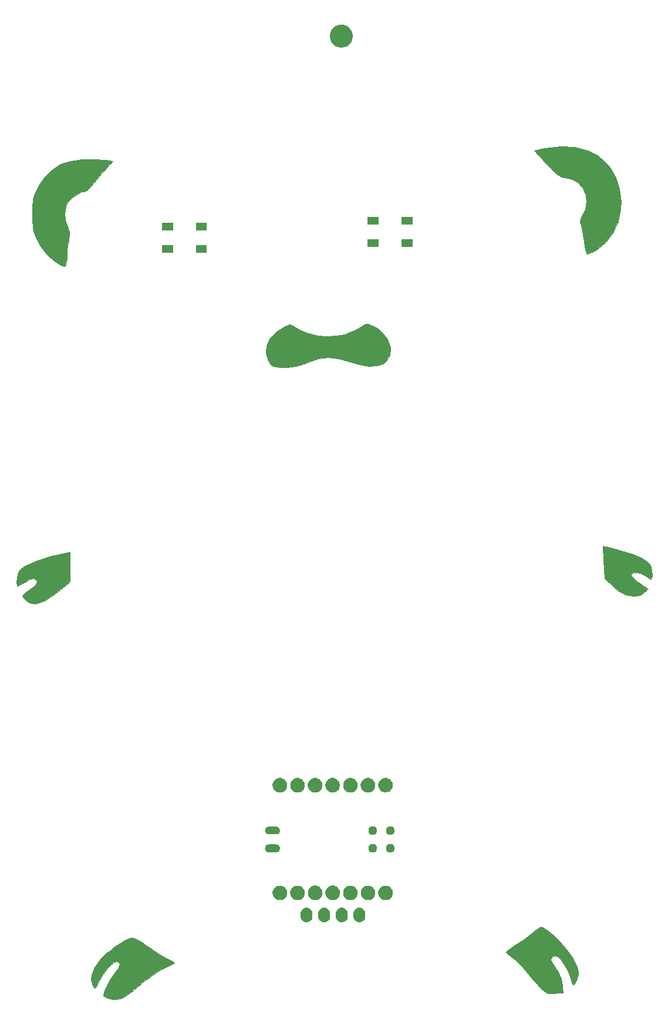
<source format=gbr>
G04 #@! TF.GenerationSoftware,KiCad,Pcbnew,(5.1.2)-1*
G04 #@! TF.CreationDate,2022-09-26T02:33:09+09:00*
G04 #@! TF.ProjectId,gopher_pilot_xiao,676f7068-6572-45f7-9069-6c6f745f7869,rev?*
G04 #@! TF.SameCoordinates,Original*
G04 #@! TF.FileFunction,Soldermask,Top*
G04 #@! TF.FilePolarity,Negative*
%FSLAX46Y46*%
G04 Gerber Fmt 4.6, Leading zero omitted, Abs format (unit mm)*
G04 Created by KiCad (PCBNEW (5.1.2)-1) date 2022-09-26 02:33:09*
%MOMM*%
%LPD*%
G04 APERTURE LIST*
%ADD10C,0.100000*%
G04 APERTURE END LIST*
D10*
G36*
X86292600Y-61811520D02*
G01*
X85732600Y-62431520D01*
X84582600Y-63671520D01*
X83872600Y-64471520D01*
X83362600Y-65091520D01*
X83052600Y-65491520D01*
X82912600Y-65661520D01*
X82632600Y-65971520D01*
X82142600Y-66151520D01*
X81782600Y-66221520D01*
X81102600Y-66571520D01*
X80562600Y-66981520D01*
X80382600Y-67121520D01*
X79802600Y-67751520D01*
X79532600Y-68321520D01*
X79372600Y-69281520D01*
X79442600Y-70271520D01*
X79752600Y-71221520D01*
X79882600Y-71491520D01*
X80012600Y-71951520D01*
X80012600Y-72261520D01*
X80012600Y-72511520D01*
X80002600Y-72591520D01*
X79982600Y-72741520D01*
X79972600Y-72811520D01*
X79962600Y-72891520D01*
X79942600Y-73031520D01*
X79932600Y-73101520D01*
X79922600Y-73181520D01*
X79892600Y-73391520D01*
X79802600Y-73931520D01*
X79702600Y-74771520D01*
X79692600Y-74991520D01*
X79652600Y-75451520D01*
X79642600Y-75811520D01*
X79622600Y-76161520D01*
X79532600Y-76641520D01*
X79472600Y-76781520D01*
X79322600Y-76931520D01*
X79032600Y-76881520D01*
X78492600Y-76611520D01*
X77672600Y-76031520D01*
X76842600Y-75221520D01*
X75872600Y-74031520D01*
X75192600Y-72791520D01*
X74882600Y-71981520D01*
X74732600Y-71291520D01*
X74652600Y-70241520D01*
X74652600Y-68931520D01*
X74672600Y-68201520D01*
X74742600Y-67541520D01*
X74772600Y-67371520D01*
X74962600Y-66701520D01*
X75262600Y-65981520D01*
X75692600Y-65201520D01*
X76552600Y-64021520D01*
X77542600Y-63041520D01*
X78522600Y-62361520D01*
X78962600Y-62151520D01*
X80302600Y-61761520D01*
X81902600Y-61521520D01*
X83592600Y-61491520D01*
X85292600Y-61651520D01*
X85812600Y-61721520D01*
X86292600Y-61811520D01*
G37*
X86292600Y-61811520D02*
X85732600Y-62431520D01*
X84582600Y-63671520D01*
X83872600Y-64471520D01*
X83362600Y-65091520D01*
X83052600Y-65491520D01*
X82912600Y-65661520D01*
X82632600Y-65971520D01*
X82142600Y-66151520D01*
X81782600Y-66221520D01*
X81102600Y-66571520D01*
X80562600Y-66981520D01*
X80382600Y-67121520D01*
X79802600Y-67751520D01*
X79532600Y-68321520D01*
X79372600Y-69281520D01*
X79442600Y-70271520D01*
X79752600Y-71221520D01*
X79882600Y-71491520D01*
X80012600Y-71951520D01*
X80012600Y-72261520D01*
X80012600Y-72511520D01*
X80002600Y-72591520D01*
X79982600Y-72741520D01*
X79972600Y-72811520D01*
X79962600Y-72891520D01*
X79942600Y-73031520D01*
X79932600Y-73101520D01*
X79922600Y-73181520D01*
X79892600Y-73391520D01*
X79802600Y-73931520D01*
X79702600Y-74771520D01*
X79692600Y-74991520D01*
X79652600Y-75451520D01*
X79642600Y-75811520D01*
X79622600Y-76161520D01*
X79532600Y-76641520D01*
X79472600Y-76781520D01*
X79322600Y-76931520D01*
X79032600Y-76881520D01*
X78492600Y-76611520D01*
X77672600Y-76031520D01*
X76842600Y-75221520D01*
X75872600Y-74031520D01*
X75192600Y-72791520D01*
X74882600Y-71981520D01*
X74732600Y-71291520D01*
X74652600Y-70241520D01*
X74652600Y-68931520D01*
X74672600Y-68201520D01*
X74742600Y-67541520D01*
X74772600Y-67371520D01*
X74962600Y-66701520D01*
X75262600Y-65981520D01*
X75692600Y-65201520D01*
X76552600Y-64021520D01*
X77542600Y-63041520D01*
X78522600Y-62361520D01*
X78962600Y-62151520D01*
X80302600Y-61761520D01*
X81902600Y-61521520D01*
X83592600Y-61491520D01*
X85292600Y-61651520D01*
X85812600Y-61721520D01*
X86292600Y-61811520D01*
G36*
X147102600Y-60291520D02*
G01*
X148632600Y-59961520D01*
X150932600Y-59681520D01*
X152942600Y-59791520D01*
X154812600Y-60231520D01*
X156312600Y-61051520D01*
X157612600Y-62221520D01*
X158102600Y-62841520D01*
X158862600Y-64161520D01*
X159392600Y-65731520D01*
X159572600Y-67641520D01*
X159532600Y-68751520D01*
X159182600Y-70491520D01*
X158452600Y-72101520D01*
X157382600Y-73491520D01*
X156432600Y-74221520D01*
X156012600Y-74541520D01*
X155412600Y-74881520D01*
X154752600Y-75201520D01*
X154632600Y-75141520D01*
X154572600Y-74941520D01*
X154472600Y-74551520D01*
X154302600Y-73471520D01*
X154032600Y-71871520D01*
X153902600Y-71331520D01*
X153762600Y-70771520D01*
X153712600Y-70581520D01*
X153752600Y-70121520D01*
X154022600Y-69611520D01*
X154222600Y-69201520D01*
X154432600Y-68791520D01*
X154552600Y-68131520D01*
X154622600Y-67731520D01*
X154492600Y-66681520D01*
X154162600Y-65911520D01*
X154072600Y-65701520D01*
X153422600Y-64911520D01*
X152562600Y-64371520D01*
X152212600Y-64301520D01*
X151552600Y-64171520D01*
X151542600Y-64171520D01*
X151512600Y-64171520D01*
X151412600Y-64161520D01*
X151062600Y-64111520D01*
X150712600Y-63941520D01*
X150282600Y-63611520D01*
X149802600Y-63151520D01*
X149122600Y-62461520D01*
X148712600Y-62041520D01*
X148452600Y-61771520D01*
X148232600Y-61541520D01*
X147992600Y-61291520D01*
X147762600Y-61041520D01*
X147412600Y-60681520D01*
X147212600Y-60461520D01*
X147072600Y-60301520D01*
X147102600Y-60291520D01*
G37*
X147102600Y-60291520D02*
X148632600Y-59961520D01*
X150932600Y-59681520D01*
X152942600Y-59791520D01*
X154812600Y-60231520D01*
X156312600Y-61051520D01*
X157612600Y-62221520D01*
X158102600Y-62841520D01*
X158862600Y-64161520D01*
X159392600Y-65731520D01*
X159572600Y-67641520D01*
X159532600Y-68751520D01*
X159182600Y-70491520D01*
X158452600Y-72101520D01*
X157382600Y-73491520D01*
X156432600Y-74221520D01*
X156012600Y-74541520D01*
X155412600Y-74881520D01*
X154752600Y-75201520D01*
X154632600Y-75141520D01*
X154572600Y-74941520D01*
X154472600Y-74551520D01*
X154302600Y-73471520D01*
X154032600Y-71871520D01*
X153902600Y-71331520D01*
X153762600Y-70771520D01*
X153712600Y-70581520D01*
X153752600Y-70121520D01*
X154022600Y-69611520D01*
X154222600Y-69201520D01*
X154432600Y-68791520D01*
X154552600Y-68131520D01*
X154622600Y-67731520D01*
X154492600Y-66681520D01*
X154162600Y-65911520D01*
X154072600Y-65701520D01*
X153422600Y-64911520D01*
X152562600Y-64371520D01*
X152212600Y-64301520D01*
X151552600Y-64171520D01*
X151542600Y-64171520D01*
X151512600Y-64171520D01*
X151412600Y-64161520D01*
X151062600Y-64111520D01*
X150712600Y-63941520D01*
X150282600Y-63611520D01*
X149802600Y-63151520D01*
X149122600Y-62461520D01*
X148712600Y-62041520D01*
X148452600Y-61771520D01*
X148232600Y-61541520D01*
X147992600Y-61291520D01*
X147762600Y-61041520D01*
X147412600Y-60681520D01*
X147212600Y-60461520D01*
X147072600Y-60301520D01*
X147102600Y-60291520D01*
G36*
X112082600Y-85371520D02*
G01*
X113242600Y-86041520D01*
X114492600Y-86601520D01*
X115872600Y-86901520D01*
X117202600Y-87041520D01*
X118652600Y-86961520D01*
X119752600Y-86721520D01*
X120762600Y-86341520D01*
X121152600Y-86181520D01*
X121712600Y-85921520D01*
X122342600Y-85471520D01*
X122482600Y-85351520D01*
X122762600Y-85221520D01*
X123092600Y-85261520D01*
X123682600Y-85481520D01*
X124522600Y-85951520D01*
X125302600Y-86661520D01*
X125902600Y-87421520D01*
X126262600Y-88351520D01*
X126292600Y-88731520D01*
X126212600Y-89691520D01*
X125842600Y-90501520D01*
X125272600Y-91021520D01*
X124422600Y-91271520D01*
X123212600Y-91321520D01*
X121802600Y-91101520D01*
X118912600Y-90211520D01*
X117372600Y-90021520D01*
X115902600Y-90211520D01*
X113602600Y-91101520D01*
X112602600Y-91361520D01*
X111412600Y-91481520D01*
X110672600Y-91511520D01*
X109832600Y-91441520D01*
X109192600Y-91211520D01*
X108802600Y-90781520D01*
X108512600Y-90091520D01*
X108382600Y-89411520D01*
X108492600Y-88331520D01*
X108992600Y-87301520D01*
X109832600Y-86411520D01*
X110982600Y-85681520D01*
X111802600Y-85351520D01*
X112082600Y-85371520D01*
G37*
X112082600Y-85371520D02*
X113242600Y-86041520D01*
X114492600Y-86601520D01*
X115872600Y-86901520D01*
X117202600Y-87041520D01*
X118652600Y-86961520D01*
X119752600Y-86721520D01*
X120762600Y-86341520D01*
X121152600Y-86181520D01*
X121712600Y-85921520D01*
X122342600Y-85471520D01*
X122482600Y-85351520D01*
X122762600Y-85221520D01*
X123092600Y-85261520D01*
X123682600Y-85481520D01*
X124522600Y-85951520D01*
X125302600Y-86661520D01*
X125902600Y-87421520D01*
X126262600Y-88351520D01*
X126292600Y-88731520D01*
X126212600Y-89691520D01*
X125842600Y-90501520D01*
X125272600Y-91021520D01*
X124422600Y-91271520D01*
X123212600Y-91321520D01*
X121802600Y-91101520D01*
X118912600Y-90211520D01*
X117372600Y-90021520D01*
X115902600Y-90211520D01*
X113602600Y-91101520D01*
X112602600Y-91361520D01*
X111412600Y-91481520D01*
X110672600Y-91511520D01*
X109832600Y-91441520D01*
X109192600Y-91211520D01*
X108802600Y-90781520D01*
X108512600Y-90091520D01*
X108382600Y-89411520D01*
X108492600Y-88331520D01*
X108992600Y-87301520D01*
X109832600Y-86411520D01*
X110982600Y-85681520D01*
X111802600Y-85351520D01*
X112082600Y-85371520D01*
G36*
X156982600Y-117201520D02*
G01*
X157952600Y-117431520D01*
X159652600Y-117881520D01*
X161362600Y-118411520D01*
X162572600Y-118941520D01*
X163362600Y-119451520D01*
X163802600Y-119991520D01*
X163972600Y-120731520D01*
X164052600Y-121431520D01*
X164012600Y-121841520D01*
X163892600Y-122031520D01*
X163322600Y-121681520D01*
X162732600Y-121291520D01*
X162582600Y-121221520D01*
X161952600Y-121011520D01*
X161382600Y-121021520D01*
X161082600Y-121291520D01*
X161072600Y-121391520D01*
X161122600Y-121591520D01*
X161352600Y-121851520D01*
X161912600Y-122291520D01*
X162292600Y-122571520D01*
X162732600Y-122891520D01*
X163132600Y-123181520D01*
X163472600Y-123441520D01*
X162892600Y-123951520D01*
X162292600Y-124321520D01*
X161372600Y-124451520D01*
X160312600Y-124231520D01*
X159212600Y-123671520D01*
X157212600Y-121931520D01*
X157082600Y-119201520D01*
X156982600Y-117201520D01*
G37*
X156982600Y-117201520D02*
X157952600Y-117431520D01*
X159652600Y-117881520D01*
X161362600Y-118411520D01*
X162572600Y-118941520D01*
X163362600Y-119451520D01*
X163802600Y-119991520D01*
X163972600Y-120731520D01*
X164052600Y-121431520D01*
X164012600Y-121841520D01*
X163892600Y-122031520D01*
X163322600Y-121681520D01*
X162732600Y-121291520D01*
X162582600Y-121221520D01*
X161952600Y-121011520D01*
X161382600Y-121021520D01*
X161082600Y-121291520D01*
X161072600Y-121391520D01*
X161122600Y-121591520D01*
X161352600Y-121851520D01*
X161912600Y-122291520D01*
X162292600Y-122571520D01*
X162732600Y-122891520D01*
X163132600Y-123181520D01*
X163472600Y-123441520D01*
X162892600Y-123951520D01*
X162292600Y-124321520D01*
X161372600Y-124451520D01*
X160312600Y-124231520D01*
X159212600Y-123671520D01*
X157212600Y-121931520D01*
X157082600Y-119201520D01*
X156982600Y-117201520D01*
G36*
X148162600Y-172091520D02*
G01*
X148532600Y-172231520D01*
X149142600Y-172681520D01*
X149952600Y-173341520D01*
X150662600Y-174011520D01*
X151312600Y-174781520D01*
X151752600Y-175331520D01*
X152462600Y-176321520D01*
X152652600Y-176591520D01*
X153122600Y-177481520D01*
X153242600Y-177831520D01*
X153422600Y-178421520D01*
X153422600Y-178991520D01*
X153272600Y-179531520D01*
X152932600Y-180261520D01*
X152752600Y-180471520D01*
X152682600Y-180361520D01*
X152522600Y-180101520D01*
X152242600Y-179251520D01*
X151862600Y-178331520D01*
X151422600Y-177511520D01*
X150922600Y-176791520D01*
X150452600Y-176351520D01*
X150042600Y-176221520D01*
X149632600Y-176461520D01*
X149462600Y-176721520D01*
X149502600Y-177021520D01*
X149672600Y-177241520D01*
X150012600Y-177751520D01*
X150312600Y-178201520D01*
X150422600Y-178361520D01*
X150982600Y-179561520D01*
X151172600Y-180571520D01*
X151232600Y-181591520D01*
X149302600Y-181651520D01*
X149062600Y-181631520D01*
X148802600Y-181541520D01*
X148412600Y-181261520D01*
X148012600Y-180891520D01*
X147392600Y-180211520D01*
X146522600Y-179221520D01*
X145862600Y-178461520D01*
X145372600Y-177901520D01*
X144852600Y-177351520D01*
X144342600Y-176851520D01*
X144022600Y-176561520D01*
X143602600Y-176221520D01*
X143162600Y-175921520D01*
X142982600Y-175721520D01*
X143112600Y-175591520D01*
X144292600Y-174761520D01*
X145602600Y-173871520D01*
X146452600Y-173181520D01*
X146782600Y-172921520D01*
X147332600Y-172491520D01*
X147932600Y-172111520D01*
X148162600Y-172091520D01*
G37*
X148162600Y-172091520D02*
X148532600Y-172231520D01*
X149142600Y-172681520D01*
X149952600Y-173341520D01*
X150662600Y-174011520D01*
X151312600Y-174781520D01*
X151752600Y-175331520D01*
X152462600Y-176321520D01*
X152652600Y-176591520D01*
X153122600Y-177481520D01*
X153242600Y-177831520D01*
X153422600Y-178421520D01*
X153422600Y-178991520D01*
X153272600Y-179531520D01*
X152932600Y-180261520D01*
X152752600Y-180471520D01*
X152682600Y-180361520D01*
X152522600Y-180101520D01*
X152242600Y-179251520D01*
X151862600Y-178331520D01*
X151422600Y-177511520D01*
X150922600Y-176791520D01*
X150452600Y-176351520D01*
X150042600Y-176221520D01*
X149632600Y-176461520D01*
X149462600Y-176721520D01*
X149502600Y-177021520D01*
X149672600Y-177241520D01*
X150012600Y-177751520D01*
X150312600Y-178201520D01*
X150422600Y-178361520D01*
X150982600Y-179561520D01*
X151172600Y-180571520D01*
X151232600Y-181591520D01*
X149302600Y-181651520D01*
X149062600Y-181631520D01*
X148802600Y-181541520D01*
X148412600Y-181261520D01*
X148012600Y-180891520D01*
X147392600Y-180211520D01*
X146522600Y-179221520D01*
X145862600Y-178461520D01*
X145372600Y-177901520D01*
X144852600Y-177351520D01*
X144342600Y-176851520D01*
X144022600Y-176561520D01*
X143602600Y-176221520D01*
X143162600Y-175921520D01*
X142982600Y-175721520D01*
X143112600Y-175591520D01*
X144292600Y-174761520D01*
X145602600Y-173871520D01*
X146452600Y-173181520D01*
X146782600Y-172921520D01*
X147332600Y-172491520D01*
X147932600Y-172111520D01*
X148162600Y-172091520D01*
G36*
X89082600Y-173651520D02*
G01*
X89302600Y-173671520D01*
X89712600Y-173851520D01*
X90492600Y-174341520D01*
X91192600Y-174811520D01*
X91592600Y-175101520D01*
X91952600Y-175331520D01*
X92502600Y-175691520D01*
X92962600Y-175971520D01*
X93362600Y-176211520D01*
X94162600Y-176641520D01*
X94542600Y-176851520D01*
X94852600Y-177021520D01*
X94992600Y-177111520D01*
X95152600Y-177251520D01*
X95062600Y-177321520D01*
X94872600Y-177451520D01*
X94352600Y-177691520D01*
X93662600Y-177991520D01*
X93322600Y-178201520D01*
X92872600Y-178461520D01*
X92612600Y-178621520D01*
X92392600Y-178751520D01*
X92032600Y-179011520D01*
X91812600Y-179181520D01*
X91752600Y-179221520D01*
X91162600Y-179641520D01*
X91012600Y-179761520D01*
X90542600Y-180161520D01*
X89822600Y-180771520D01*
X89442600Y-181111520D01*
X88802600Y-181621520D01*
X88432600Y-181871520D01*
X88052600Y-182121520D01*
X87612600Y-182341520D01*
X86862600Y-182511520D01*
X86262600Y-182481520D01*
X85612600Y-182331520D01*
X85172600Y-182191520D01*
X84942600Y-181971520D01*
X84972600Y-181611520D01*
X85172600Y-181081520D01*
X85232600Y-180921520D01*
X85682600Y-180061520D01*
X85862600Y-179721520D01*
X86292600Y-179141520D01*
X86722600Y-178551520D01*
X87042600Y-178131520D01*
X87292600Y-177551520D01*
X87202600Y-177171520D01*
X86862600Y-177061520D01*
X86782600Y-177031520D01*
X86462600Y-177151520D01*
X85942600Y-177571520D01*
X85562600Y-178001520D01*
X85332600Y-178271520D01*
X84812600Y-179001520D01*
X84232600Y-180001520D01*
X83962600Y-180551520D01*
X83922600Y-180661520D01*
X83722600Y-180871520D01*
X83602600Y-180841520D01*
X83432600Y-180561520D01*
X83322600Y-180251520D01*
X83172600Y-179741520D01*
X83242600Y-178931520D01*
X83562600Y-178181520D01*
X83652600Y-177961520D01*
X84242600Y-177061520D01*
X84382600Y-176851520D01*
X84612600Y-176581520D01*
X84912600Y-176301520D01*
X85282600Y-175941520D01*
X85902600Y-175451520D01*
X86462600Y-175021520D01*
X87032600Y-174621520D01*
X87982600Y-174021520D01*
X88692600Y-173691520D01*
X89082600Y-173651520D01*
G37*
X89082600Y-173651520D02*
X89302600Y-173671520D01*
X89712600Y-173851520D01*
X90492600Y-174341520D01*
X91192600Y-174811520D01*
X91592600Y-175101520D01*
X91952600Y-175331520D01*
X92502600Y-175691520D01*
X92962600Y-175971520D01*
X93362600Y-176211520D01*
X94162600Y-176641520D01*
X94542600Y-176851520D01*
X94852600Y-177021520D01*
X94992600Y-177111520D01*
X95152600Y-177251520D01*
X95062600Y-177321520D01*
X94872600Y-177451520D01*
X94352600Y-177691520D01*
X93662600Y-177991520D01*
X93322600Y-178201520D01*
X92872600Y-178461520D01*
X92612600Y-178621520D01*
X92392600Y-178751520D01*
X92032600Y-179011520D01*
X91812600Y-179181520D01*
X91752600Y-179221520D01*
X91162600Y-179641520D01*
X91012600Y-179761520D01*
X90542600Y-180161520D01*
X89822600Y-180771520D01*
X89442600Y-181111520D01*
X88802600Y-181621520D01*
X88432600Y-181871520D01*
X88052600Y-182121520D01*
X87612600Y-182341520D01*
X86862600Y-182511520D01*
X86262600Y-182481520D01*
X85612600Y-182331520D01*
X85172600Y-182191520D01*
X84942600Y-181971520D01*
X84972600Y-181611520D01*
X85172600Y-181081520D01*
X85232600Y-180921520D01*
X85682600Y-180061520D01*
X85862600Y-179721520D01*
X86292600Y-179141520D01*
X86722600Y-178551520D01*
X87042600Y-178131520D01*
X87292600Y-177551520D01*
X87202600Y-177171520D01*
X86862600Y-177061520D01*
X86782600Y-177031520D01*
X86462600Y-177151520D01*
X85942600Y-177571520D01*
X85562600Y-178001520D01*
X85332600Y-178271520D01*
X84812600Y-179001520D01*
X84232600Y-180001520D01*
X83962600Y-180551520D01*
X83922600Y-180661520D01*
X83722600Y-180871520D01*
X83602600Y-180841520D01*
X83432600Y-180561520D01*
X83322600Y-180251520D01*
X83172600Y-179741520D01*
X83242600Y-178931520D01*
X83562600Y-178181520D01*
X83652600Y-177961520D01*
X84242600Y-177061520D01*
X84382600Y-176851520D01*
X84612600Y-176581520D01*
X84912600Y-176301520D01*
X85282600Y-175941520D01*
X85902600Y-175451520D01*
X86462600Y-175021520D01*
X87032600Y-174621520D01*
X87982600Y-174021520D01*
X88692600Y-173691520D01*
X89082600Y-173651520D01*
G36*
X80092600Y-118071520D02*
G01*
X80102600Y-122391520D01*
X79562600Y-122861520D01*
X78402600Y-123801520D01*
X77652600Y-124361520D01*
X77132600Y-124711520D01*
X76722600Y-124951520D01*
X76172600Y-125231520D01*
X75172600Y-125511520D01*
X74362600Y-125441520D01*
X73732600Y-125061520D01*
X73382600Y-124721520D01*
X73282600Y-124461520D01*
X73422600Y-124151520D01*
X73942600Y-123721520D01*
X74502600Y-123351520D01*
X74802600Y-123171520D01*
X75232600Y-122781520D01*
X75332600Y-122381520D01*
X75262600Y-122141520D01*
X74932600Y-121891520D01*
X74922600Y-121891520D01*
X74352600Y-121991520D01*
X73812600Y-122301520D01*
X73502600Y-122481520D01*
X73172600Y-122691520D01*
X72712600Y-122931520D01*
X72482600Y-122971520D01*
X72442600Y-122921520D01*
X72372600Y-122471520D01*
X72442600Y-121801520D01*
X72652600Y-121091520D01*
X72942600Y-120641520D01*
X73552600Y-120151520D01*
X74482600Y-119661520D01*
X75512600Y-119281520D01*
X75792600Y-119181520D01*
X77352600Y-118711520D01*
X79302600Y-118251520D01*
X80092600Y-118071520D01*
G37*
X80092600Y-118071520D02*
X80102600Y-122391520D01*
X79562600Y-122861520D01*
X78402600Y-123801520D01*
X77652600Y-124361520D01*
X77132600Y-124711520D01*
X76722600Y-124951520D01*
X76172600Y-125231520D01*
X75172600Y-125511520D01*
X74362600Y-125441520D01*
X73732600Y-125061520D01*
X73382600Y-124721520D01*
X73282600Y-124461520D01*
X73422600Y-124151520D01*
X73942600Y-123721520D01*
X74502600Y-123351520D01*
X74802600Y-123171520D01*
X75232600Y-122781520D01*
X75332600Y-122381520D01*
X75262600Y-122141520D01*
X74932600Y-121891520D01*
X74922600Y-121891520D01*
X74352600Y-121991520D01*
X73812600Y-122301520D01*
X73502600Y-122481520D01*
X73172600Y-122691520D01*
X72712600Y-122931520D01*
X72482600Y-122971520D01*
X72442600Y-122921520D01*
X72372600Y-122471520D01*
X72442600Y-121801520D01*
X72652600Y-121091520D01*
X72942600Y-120641520D01*
X73552600Y-120151520D01*
X74482600Y-119661520D01*
X75512600Y-119281520D01*
X75792600Y-119181520D01*
X77352600Y-118711520D01*
X79302600Y-118251520D01*
X80092600Y-118071520D01*
G36*
X119496822Y-169341313D02*
G01*
X119657241Y-169389976D01*
X119805077Y-169468995D01*
X119934659Y-169575341D01*
X120041004Y-169704922D01*
X120041005Y-169704924D01*
X120120024Y-169852758D01*
X120168687Y-170013177D01*
X120181000Y-170138196D01*
X120181000Y-170621803D01*
X120168687Y-170746822D01*
X120120024Y-170907242D01*
X120049114Y-171039906D01*
X120041004Y-171055078D01*
X119934659Y-171184659D01*
X119805078Y-171291004D01*
X119805076Y-171291005D01*
X119657242Y-171370024D01*
X119496823Y-171418687D01*
X119330000Y-171435117D01*
X119163178Y-171418687D01*
X119002759Y-171370024D01*
X118854925Y-171291005D01*
X118854923Y-171291004D01*
X118725342Y-171184659D01*
X118618996Y-171055078D01*
X118610886Y-171039906D01*
X118539976Y-170907242D01*
X118491313Y-170746823D01*
X118479000Y-170621804D01*
X118479000Y-170138197D01*
X118491313Y-170013178D01*
X118539976Y-169852759D01*
X118618995Y-169704923D01*
X118725341Y-169575341D01*
X118854922Y-169468996D01*
X118870094Y-169460886D01*
X119002758Y-169389976D01*
X119163177Y-169341313D01*
X119330000Y-169324883D01*
X119496822Y-169341313D01*
X119496822Y-169341313D01*
G37*
G36*
X116956822Y-169341313D02*
G01*
X117117241Y-169389976D01*
X117265077Y-169468995D01*
X117394659Y-169575341D01*
X117501004Y-169704922D01*
X117501005Y-169704924D01*
X117580024Y-169852758D01*
X117628687Y-170013177D01*
X117641000Y-170138196D01*
X117641000Y-170621803D01*
X117628687Y-170746822D01*
X117580024Y-170907242D01*
X117509114Y-171039906D01*
X117501004Y-171055078D01*
X117394659Y-171184659D01*
X117265078Y-171291004D01*
X117265076Y-171291005D01*
X117117242Y-171370024D01*
X116956823Y-171418687D01*
X116790000Y-171435117D01*
X116623178Y-171418687D01*
X116462759Y-171370024D01*
X116314925Y-171291005D01*
X116314923Y-171291004D01*
X116185342Y-171184659D01*
X116078996Y-171055078D01*
X116070886Y-171039906D01*
X115999976Y-170907242D01*
X115951313Y-170746823D01*
X115939000Y-170621804D01*
X115939000Y-170138197D01*
X115951313Y-170013178D01*
X115999976Y-169852759D01*
X116078995Y-169704923D01*
X116185341Y-169575341D01*
X116314922Y-169468996D01*
X116330094Y-169460886D01*
X116462758Y-169389976D01*
X116623177Y-169341313D01*
X116790000Y-169324883D01*
X116956822Y-169341313D01*
X116956822Y-169341313D01*
G37*
G36*
X114416822Y-169341313D02*
G01*
X114577241Y-169389976D01*
X114725077Y-169468995D01*
X114854659Y-169575341D01*
X114961004Y-169704922D01*
X114961005Y-169704924D01*
X115040024Y-169852758D01*
X115088687Y-170013177D01*
X115101000Y-170138196D01*
X115101000Y-170621803D01*
X115088687Y-170746822D01*
X115040024Y-170907242D01*
X114969114Y-171039906D01*
X114961004Y-171055078D01*
X114854659Y-171184659D01*
X114725078Y-171291004D01*
X114725076Y-171291005D01*
X114577242Y-171370024D01*
X114416823Y-171418687D01*
X114250000Y-171435117D01*
X114083178Y-171418687D01*
X113922759Y-171370024D01*
X113774925Y-171291005D01*
X113774923Y-171291004D01*
X113645342Y-171184659D01*
X113538996Y-171055078D01*
X113530886Y-171039906D01*
X113459976Y-170907242D01*
X113411313Y-170746823D01*
X113399000Y-170621804D01*
X113399000Y-170138197D01*
X113411313Y-170013178D01*
X113459976Y-169852759D01*
X113538995Y-169704923D01*
X113645341Y-169575341D01*
X113774922Y-169468996D01*
X113790094Y-169460886D01*
X113922758Y-169389976D01*
X114083177Y-169341313D01*
X114250000Y-169324883D01*
X114416822Y-169341313D01*
X114416822Y-169341313D01*
G37*
G36*
X122036822Y-169341313D02*
G01*
X122197241Y-169389976D01*
X122345077Y-169468995D01*
X122474659Y-169575341D01*
X122581004Y-169704922D01*
X122581005Y-169704924D01*
X122660024Y-169852758D01*
X122708687Y-170013177D01*
X122721000Y-170138196D01*
X122721000Y-170621803D01*
X122708687Y-170746822D01*
X122660024Y-170907242D01*
X122589114Y-171039906D01*
X122581004Y-171055078D01*
X122474659Y-171184659D01*
X122345078Y-171291004D01*
X122345076Y-171291005D01*
X122197242Y-171370024D01*
X122036823Y-171418687D01*
X121870000Y-171435117D01*
X121703178Y-171418687D01*
X121542759Y-171370024D01*
X121394925Y-171291005D01*
X121394923Y-171291004D01*
X121265342Y-171184659D01*
X121158996Y-171055078D01*
X121150886Y-171039906D01*
X121079976Y-170907242D01*
X121031313Y-170746823D01*
X121019000Y-170621804D01*
X121019000Y-170138197D01*
X121031313Y-170013178D01*
X121079976Y-169852759D01*
X121158995Y-169704923D01*
X121265341Y-169575341D01*
X121394922Y-169468996D01*
X121410094Y-169460886D01*
X121542758Y-169389976D01*
X121703177Y-169341313D01*
X121870000Y-169324883D01*
X122036822Y-169341313D01*
X122036822Y-169341313D01*
G37*
G36*
X125933765Y-166178620D02*
G01*
X126099144Y-166247122D01*
X126123288Y-166257123D01*
X126293854Y-166371092D01*
X126438908Y-166516146D01*
X126552877Y-166686712D01*
X126631380Y-166876235D01*
X126671400Y-167077431D01*
X126671400Y-167282569D01*
X126631380Y-167483765D01*
X126552877Y-167673288D01*
X126438908Y-167843854D01*
X126293854Y-167988908D01*
X126123288Y-168102877D01*
X126123287Y-168102878D01*
X126123286Y-168102878D01*
X125933765Y-168181380D01*
X125732570Y-168221400D01*
X125527430Y-168221400D01*
X125326235Y-168181380D01*
X125136714Y-168102878D01*
X125136713Y-168102878D01*
X125136712Y-168102877D01*
X124966146Y-167988908D01*
X124821092Y-167843854D01*
X124707123Y-167673288D01*
X124628620Y-167483765D01*
X124588600Y-167282569D01*
X124588600Y-167077431D01*
X124628620Y-166876235D01*
X124707123Y-166686712D01*
X124821092Y-166516146D01*
X124966146Y-166371092D01*
X125136712Y-166257123D01*
X125160857Y-166247122D01*
X125326235Y-166178620D01*
X125527430Y-166138600D01*
X125732570Y-166138600D01*
X125933765Y-166178620D01*
X125933765Y-166178620D01*
G37*
G36*
X110693765Y-166178620D02*
G01*
X110859144Y-166247122D01*
X110883288Y-166257123D01*
X111053854Y-166371092D01*
X111198908Y-166516146D01*
X111312877Y-166686712D01*
X111391380Y-166876235D01*
X111431400Y-167077431D01*
X111431400Y-167282569D01*
X111391380Y-167483765D01*
X111312877Y-167673288D01*
X111198908Y-167843854D01*
X111053854Y-167988908D01*
X110883288Y-168102877D01*
X110883287Y-168102878D01*
X110883286Y-168102878D01*
X110693765Y-168181380D01*
X110492570Y-168221400D01*
X110287430Y-168221400D01*
X110086235Y-168181380D01*
X109896714Y-168102878D01*
X109896713Y-168102878D01*
X109896712Y-168102877D01*
X109726146Y-167988908D01*
X109581092Y-167843854D01*
X109467123Y-167673288D01*
X109388620Y-167483765D01*
X109348600Y-167282569D01*
X109348600Y-167077431D01*
X109388620Y-166876235D01*
X109467123Y-166686712D01*
X109581092Y-166516146D01*
X109726146Y-166371092D01*
X109896712Y-166257123D01*
X109920857Y-166247122D01*
X110086235Y-166178620D01*
X110287430Y-166138600D01*
X110492570Y-166138600D01*
X110693765Y-166178620D01*
X110693765Y-166178620D01*
G37*
G36*
X113233765Y-166178620D02*
G01*
X113399144Y-166247122D01*
X113423288Y-166257123D01*
X113593854Y-166371092D01*
X113738908Y-166516146D01*
X113852877Y-166686712D01*
X113931380Y-166876235D01*
X113971400Y-167077431D01*
X113971400Y-167282569D01*
X113931380Y-167483765D01*
X113852877Y-167673288D01*
X113738908Y-167843854D01*
X113593854Y-167988908D01*
X113423288Y-168102877D01*
X113423287Y-168102878D01*
X113423286Y-168102878D01*
X113233765Y-168181380D01*
X113032570Y-168221400D01*
X112827430Y-168221400D01*
X112626235Y-168181380D01*
X112436714Y-168102878D01*
X112436713Y-168102878D01*
X112436712Y-168102877D01*
X112266146Y-167988908D01*
X112121092Y-167843854D01*
X112007123Y-167673288D01*
X111928620Y-167483765D01*
X111888600Y-167282569D01*
X111888600Y-167077431D01*
X111928620Y-166876235D01*
X112007123Y-166686712D01*
X112121092Y-166516146D01*
X112266146Y-166371092D01*
X112436712Y-166257123D01*
X112460857Y-166247122D01*
X112626235Y-166178620D01*
X112827430Y-166138600D01*
X113032570Y-166138600D01*
X113233765Y-166178620D01*
X113233765Y-166178620D01*
G37*
G36*
X120863765Y-166178620D02*
G01*
X121029144Y-166247122D01*
X121053288Y-166257123D01*
X121223854Y-166371092D01*
X121368908Y-166516146D01*
X121482877Y-166686712D01*
X121561380Y-166876235D01*
X121601400Y-167077431D01*
X121601400Y-167282569D01*
X121561380Y-167483765D01*
X121482877Y-167673288D01*
X121368908Y-167843854D01*
X121223854Y-167988908D01*
X121053288Y-168102877D01*
X121053287Y-168102878D01*
X121053286Y-168102878D01*
X120863765Y-168181380D01*
X120662570Y-168221400D01*
X120457430Y-168221400D01*
X120256235Y-168181380D01*
X120066714Y-168102878D01*
X120066713Y-168102878D01*
X120066712Y-168102877D01*
X119896146Y-167988908D01*
X119751092Y-167843854D01*
X119637123Y-167673288D01*
X119558620Y-167483765D01*
X119518600Y-167282569D01*
X119518600Y-167077431D01*
X119558620Y-166876235D01*
X119637123Y-166686712D01*
X119751092Y-166516146D01*
X119896146Y-166371092D01*
X120066712Y-166257123D01*
X120090857Y-166247122D01*
X120256235Y-166178620D01*
X120457430Y-166138600D01*
X120662570Y-166138600D01*
X120863765Y-166178620D01*
X120863765Y-166178620D01*
G37*
G36*
X123403765Y-166178620D02*
G01*
X123569144Y-166247122D01*
X123593288Y-166257123D01*
X123763854Y-166371092D01*
X123908908Y-166516146D01*
X124022877Y-166686712D01*
X124101380Y-166876235D01*
X124141400Y-167077431D01*
X124141400Y-167282569D01*
X124101380Y-167483765D01*
X124022877Y-167673288D01*
X123908908Y-167843854D01*
X123763854Y-167988908D01*
X123593288Y-168102877D01*
X123593287Y-168102878D01*
X123593286Y-168102878D01*
X123403765Y-168181380D01*
X123202570Y-168221400D01*
X122997430Y-168221400D01*
X122796235Y-168181380D01*
X122606714Y-168102878D01*
X122606713Y-168102878D01*
X122606712Y-168102877D01*
X122436146Y-167988908D01*
X122291092Y-167843854D01*
X122177123Y-167673288D01*
X122098620Y-167483765D01*
X122058600Y-167282569D01*
X122058600Y-167077431D01*
X122098620Y-166876235D01*
X122177123Y-166686712D01*
X122291092Y-166516146D01*
X122436146Y-166371092D01*
X122606712Y-166257123D01*
X122630857Y-166247122D01*
X122796235Y-166178620D01*
X122997430Y-166138600D01*
X123202570Y-166138600D01*
X123403765Y-166178620D01*
X123403765Y-166178620D01*
G37*
G36*
X115783765Y-166168620D02*
G01*
X115973288Y-166247123D01*
X116143854Y-166361092D01*
X116288908Y-166506146D01*
X116402877Y-166676712D01*
X116481380Y-166866235D01*
X116521400Y-167067431D01*
X116521400Y-167272569D01*
X116481380Y-167473765D01*
X116402877Y-167663288D01*
X116288908Y-167833854D01*
X116143854Y-167978908D01*
X115973288Y-168092877D01*
X115973287Y-168092878D01*
X115973286Y-168092878D01*
X115783765Y-168171380D01*
X115582570Y-168211400D01*
X115377430Y-168211400D01*
X115176235Y-168171380D01*
X114986714Y-168092878D01*
X114986713Y-168092878D01*
X114986712Y-168092877D01*
X114816146Y-167978908D01*
X114671092Y-167833854D01*
X114557123Y-167663288D01*
X114478620Y-167473765D01*
X114438600Y-167272569D01*
X114438600Y-167067431D01*
X114478620Y-166866235D01*
X114557123Y-166676712D01*
X114671092Y-166506146D01*
X114816146Y-166361092D01*
X114986712Y-166247123D01*
X115176235Y-166168620D01*
X115377430Y-166128600D01*
X115582570Y-166128600D01*
X115783765Y-166168620D01*
X115783765Y-166168620D01*
G37*
G36*
X118313765Y-166168620D02*
G01*
X118503288Y-166247123D01*
X118673854Y-166361092D01*
X118818908Y-166506146D01*
X118932877Y-166676712D01*
X119011380Y-166866235D01*
X119051400Y-167067431D01*
X119051400Y-167272569D01*
X119011380Y-167473765D01*
X118932877Y-167663288D01*
X118818908Y-167833854D01*
X118673854Y-167978908D01*
X118503288Y-168092877D01*
X118503287Y-168092878D01*
X118503286Y-168092878D01*
X118313765Y-168171380D01*
X118112570Y-168211400D01*
X117907430Y-168211400D01*
X117706235Y-168171380D01*
X117516714Y-168092878D01*
X117516713Y-168092878D01*
X117516712Y-168092877D01*
X117346146Y-167978908D01*
X117201092Y-167833854D01*
X117087123Y-167663288D01*
X117008620Y-167473765D01*
X116968600Y-167272569D01*
X116968600Y-167067431D01*
X117008620Y-166866235D01*
X117087123Y-166676712D01*
X117201092Y-166506146D01*
X117346146Y-166361092D01*
X117516712Y-166247123D01*
X117706235Y-166168620D01*
X117907430Y-166128600D01*
X118112570Y-166128600D01*
X118313765Y-166168620D01*
X118313765Y-166168620D01*
G37*
G36*
X123905631Y-160138264D02*
G01*
X123965764Y-160150225D01*
X124003526Y-160165867D01*
X124079053Y-160197151D01*
X124181005Y-160265273D01*
X124267717Y-160351985D01*
X124335839Y-160453937D01*
X124382765Y-160567227D01*
X124406687Y-160687491D01*
X124406687Y-160810115D01*
X124382765Y-160930379D01*
X124335839Y-161043669D01*
X124267717Y-161145621D01*
X124181005Y-161232333D01*
X124079053Y-161300455D01*
X124003526Y-161331739D01*
X123965764Y-161347381D01*
X123905631Y-161359342D01*
X123845499Y-161371303D01*
X123722875Y-161371303D01*
X123662743Y-161359342D01*
X123602610Y-161347381D01*
X123564848Y-161331739D01*
X123489321Y-161300455D01*
X123387369Y-161232333D01*
X123300657Y-161145621D01*
X123232535Y-161043669D01*
X123185609Y-160930379D01*
X123161687Y-160810115D01*
X123161687Y-160687491D01*
X123185609Y-160567227D01*
X123232535Y-160453937D01*
X123300657Y-160351985D01*
X123387369Y-160265273D01*
X123489321Y-160197151D01*
X123564848Y-160165867D01*
X123602610Y-160150225D01*
X123662743Y-160138264D01*
X123722875Y-160126303D01*
X123845499Y-160126303D01*
X123905631Y-160138264D01*
X123905631Y-160138264D01*
G37*
G36*
X126445631Y-160138264D02*
G01*
X126505764Y-160150225D01*
X126543526Y-160165867D01*
X126619053Y-160197151D01*
X126721005Y-160265273D01*
X126807717Y-160351985D01*
X126875839Y-160453937D01*
X126922765Y-160567227D01*
X126946687Y-160687491D01*
X126946687Y-160810115D01*
X126922765Y-160930379D01*
X126875839Y-161043669D01*
X126807717Y-161145621D01*
X126721005Y-161232333D01*
X126619053Y-161300455D01*
X126543526Y-161331739D01*
X126505764Y-161347381D01*
X126445631Y-161359342D01*
X126385499Y-161371303D01*
X126262875Y-161371303D01*
X126202743Y-161359342D01*
X126142610Y-161347381D01*
X126104848Y-161331739D01*
X126029321Y-161300455D01*
X125927369Y-161232333D01*
X125840657Y-161145621D01*
X125772535Y-161043669D01*
X125725609Y-160930379D01*
X125701687Y-160810115D01*
X125701687Y-160687491D01*
X125725609Y-160567227D01*
X125772535Y-160453937D01*
X125840657Y-160351985D01*
X125927369Y-160265273D01*
X126029321Y-160197151D01*
X126104848Y-160165867D01*
X126142610Y-160150225D01*
X126202743Y-160138264D01*
X126262875Y-160126303D01*
X126385499Y-160126303D01*
X126445631Y-160138264D01*
X126445631Y-160138264D01*
G37*
G36*
X109937579Y-160209088D02*
G01*
X109937582Y-160209089D01*
X109937583Y-160209089D01*
X110042955Y-160241053D01*
X110042958Y-160241055D01*
X110042959Y-160241055D01*
X110140065Y-160292959D01*
X110140067Y-160292960D01*
X110140066Y-160292960D01*
X110225185Y-160362815D01*
X110295040Y-160447934D01*
X110346947Y-160545045D01*
X110378911Y-160650417D01*
X110378912Y-160650421D01*
X110389704Y-160760000D01*
X110378912Y-160869579D01*
X110378911Y-160869582D01*
X110378911Y-160869583D01*
X110346947Y-160974955D01*
X110346945Y-160974958D01*
X110346945Y-160974959D01*
X110295041Y-161072065D01*
X110225185Y-161157185D01*
X110140065Y-161227041D01*
X110130164Y-161232333D01*
X110042955Y-161278947D01*
X109937583Y-161310911D01*
X109937582Y-161310911D01*
X109937579Y-161310912D01*
X109855458Y-161319000D01*
X108784542Y-161319000D01*
X108702421Y-161310912D01*
X108702418Y-161310911D01*
X108702417Y-161310911D01*
X108597045Y-161278947D01*
X108509836Y-161232333D01*
X108499935Y-161227041D01*
X108414815Y-161157185D01*
X108344959Y-161072065D01*
X108293055Y-160974959D01*
X108293055Y-160974958D01*
X108293053Y-160974955D01*
X108261089Y-160869583D01*
X108261089Y-160869582D01*
X108261088Y-160869579D01*
X108250296Y-160760000D01*
X108261088Y-160650421D01*
X108261089Y-160650417D01*
X108293053Y-160545045D01*
X108344960Y-160447934D01*
X108414815Y-160362815D01*
X108499934Y-160292960D01*
X108499933Y-160292960D01*
X108499935Y-160292959D01*
X108597041Y-160241055D01*
X108597042Y-160241055D01*
X108597045Y-160241053D01*
X108702417Y-160209089D01*
X108702418Y-160209089D01*
X108702421Y-160209088D01*
X108784542Y-160201000D01*
X109855458Y-160201000D01*
X109937579Y-160209088D01*
X109937579Y-160209088D01*
G37*
G36*
X126445631Y-157598264D02*
G01*
X126505764Y-157610225D01*
X126543526Y-157625867D01*
X126619053Y-157657151D01*
X126721005Y-157725273D01*
X126807717Y-157811985D01*
X126875839Y-157913937D01*
X126922765Y-158027227D01*
X126946687Y-158147491D01*
X126946687Y-158270115D01*
X126922765Y-158390379D01*
X126875839Y-158503669D01*
X126807717Y-158605621D01*
X126721005Y-158692333D01*
X126619053Y-158760455D01*
X126543526Y-158791739D01*
X126505764Y-158807381D01*
X126445631Y-158819342D01*
X126385499Y-158831303D01*
X126262875Y-158831303D01*
X126202743Y-158819342D01*
X126142610Y-158807381D01*
X126104848Y-158791739D01*
X126029321Y-158760455D01*
X125927369Y-158692333D01*
X125840657Y-158605621D01*
X125772535Y-158503669D01*
X125725609Y-158390379D01*
X125701687Y-158270115D01*
X125701687Y-158147491D01*
X125725609Y-158027227D01*
X125772535Y-157913937D01*
X125840657Y-157811985D01*
X125927369Y-157725273D01*
X126029321Y-157657151D01*
X126104848Y-157625867D01*
X126142610Y-157610225D01*
X126202743Y-157598264D01*
X126262875Y-157586303D01*
X126385499Y-157586303D01*
X126445631Y-157598264D01*
X126445631Y-157598264D01*
G37*
G36*
X123905631Y-157598264D02*
G01*
X123965764Y-157610225D01*
X124003526Y-157625867D01*
X124079053Y-157657151D01*
X124181005Y-157725273D01*
X124267717Y-157811985D01*
X124335839Y-157913937D01*
X124382765Y-158027227D01*
X124406687Y-158147491D01*
X124406687Y-158270115D01*
X124382765Y-158390379D01*
X124335839Y-158503669D01*
X124267717Y-158605621D01*
X124181005Y-158692333D01*
X124079053Y-158760455D01*
X124003526Y-158791739D01*
X123965764Y-158807381D01*
X123905631Y-158819342D01*
X123845499Y-158831303D01*
X123722875Y-158831303D01*
X123662743Y-158819342D01*
X123602610Y-158807381D01*
X123564848Y-158791739D01*
X123489321Y-158760455D01*
X123387369Y-158692333D01*
X123300657Y-158605621D01*
X123232535Y-158503669D01*
X123185609Y-158390379D01*
X123161687Y-158270115D01*
X123161687Y-158147491D01*
X123185609Y-158027227D01*
X123232535Y-157913937D01*
X123300657Y-157811985D01*
X123387369Y-157725273D01*
X123489321Y-157657151D01*
X123564848Y-157625867D01*
X123602610Y-157610225D01*
X123662743Y-157598264D01*
X123722875Y-157586303D01*
X123845499Y-157586303D01*
X123905631Y-157598264D01*
X123905631Y-157598264D01*
G37*
G36*
X109937579Y-157659088D02*
G01*
X109937582Y-157659089D01*
X109937583Y-157659089D01*
X110042955Y-157691053D01*
X110042958Y-157691055D01*
X110042959Y-157691055D01*
X110140065Y-157742959D01*
X110140067Y-157742960D01*
X110140066Y-157742960D01*
X110225185Y-157812815D01*
X110295040Y-157897934D01*
X110346947Y-157995045D01*
X110356709Y-158027227D01*
X110378912Y-158100421D01*
X110389704Y-158210000D01*
X110378912Y-158319579D01*
X110378911Y-158319582D01*
X110378911Y-158319583D01*
X110346947Y-158424955D01*
X110346945Y-158424958D01*
X110346945Y-158424959D01*
X110295041Y-158522065D01*
X110225185Y-158607185D01*
X110140065Y-158677041D01*
X110042959Y-158728945D01*
X110042955Y-158728947D01*
X109937583Y-158760911D01*
X109937582Y-158760911D01*
X109937579Y-158760912D01*
X109855458Y-158769000D01*
X108784542Y-158769000D01*
X108702421Y-158760912D01*
X108702418Y-158760911D01*
X108702417Y-158760911D01*
X108597045Y-158728947D01*
X108597041Y-158728945D01*
X108499935Y-158677041D01*
X108414815Y-158607185D01*
X108344959Y-158522065D01*
X108293055Y-158424959D01*
X108293055Y-158424958D01*
X108293053Y-158424955D01*
X108261089Y-158319583D01*
X108261089Y-158319582D01*
X108261088Y-158319579D01*
X108250296Y-158210000D01*
X108261088Y-158100421D01*
X108283291Y-158027227D01*
X108293053Y-157995045D01*
X108344960Y-157897934D01*
X108414815Y-157812815D01*
X108499934Y-157742960D01*
X108499933Y-157742960D01*
X108499935Y-157742959D01*
X108597041Y-157691055D01*
X108597042Y-157691055D01*
X108597045Y-157691053D01*
X108702417Y-157659089D01*
X108702418Y-157659089D01*
X108702421Y-157659088D01*
X108784542Y-157651000D01*
X109855458Y-157651000D01*
X109937579Y-157659088D01*
X109937579Y-157659088D01*
G37*
G36*
X110693765Y-150678620D02*
G01*
X110859144Y-150747122D01*
X110883288Y-150757123D01*
X111053854Y-150871092D01*
X111198908Y-151016146D01*
X111312877Y-151186712D01*
X111391380Y-151376235D01*
X111431400Y-151577431D01*
X111431400Y-151782569D01*
X111391380Y-151983765D01*
X111312877Y-152173288D01*
X111198908Y-152343854D01*
X111053854Y-152488908D01*
X110883288Y-152602877D01*
X110883287Y-152602878D01*
X110883286Y-152602878D01*
X110693765Y-152681380D01*
X110492570Y-152721400D01*
X110287430Y-152721400D01*
X110086235Y-152681380D01*
X109896714Y-152602878D01*
X109896713Y-152602878D01*
X109896712Y-152602877D01*
X109726146Y-152488908D01*
X109581092Y-152343854D01*
X109467123Y-152173288D01*
X109388620Y-151983765D01*
X109348600Y-151782569D01*
X109348600Y-151577431D01*
X109388620Y-151376235D01*
X109467123Y-151186712D01*
X109581092Y-151016146D01*
X109726146Y-150871092D01*
X109896712Y-150757123D01*
X109920857Y-150747122D01*
X110086235Y-150678620D01*
X110287430Y-150638600D01*
X110492570Y-150638600D01*
X110693765Y-150678620D01*
X110693765Y-150678620D01*
G37*
G36*
X123393765Y-150678620D02*
G01*
X123559144Y-150747122D01*
X123583288Y-150757123D01*
X123753854Y-150871092D01*
X123898908Y-151016146D01*
X124012877Y-151186712D01*
X124091380Y-151376235D01*
X124131400Y-151577431D01*
X124131400Y-151782569D01*
X124091380Y-151983765D01*
X124012877Y-152173288D01*
X123898908Y-152343854D01*
X123753854Y-152488908D01*
X123583288Y-152602877D01*
X123583287Y-152602878D01*
X123583286Y-152602878D01*
X123393765Y-152681380D01*
X123192570Y-152721400D01*
X122987430Y-152721400D01*
X122786235Y-152681380D01*
X122596714Y-152602878D01*
X122596713Y-152602878D01*
X122596712Y-152602877D01*
X122426146Y-152488908D01*
X122281092Y-152343854D01*
X122167123Y-152173288D01*
X122088620Y-151983765D01*
X122048600Y-151782569D01*
X122048600Y-151577431D01*
X122088620Y-151376235D01*
X122167123Y-151186712D01*
X122281092Y-151016146D01*
X122426146Y-150871092D01*
X122596712Y-150757123D01*
X122620857Y-150747122D01*
X122786235Y-150678620D01*
X122987430Y-150638600D01*
X123192570Y-150638600D01*
X123393765Y-150678620D01*
X123393765Y-150678620D01*
G37*
G36*
X120863765Y-150678620D02*
G01*
X121029144Y-150747122D01*
X121053288Y-150757123D01*
X121223854Y-150871092D01*
X121368908Y-151016146D01*
X121482877Y-151186712D01*
X121561380Y-151376235D01*
X121601400Y-151577431D01*
X121601400Y-151782569D01*
X121561380Y-151983765D01*
X121482877Y-152173288D01*
X121368908Y-152343854D01*
X121223854Y-152488908D01*
X121053288Y-152602877D01*
X121053287Y-152602878D01*
X121053286Y-152602878D01*
X120863765Y-152681380D01*
X120662570Y-152721400D01*
X120457430Y-152721400D01*
X120256235Y-152681380D01*
X120066714Y-152602878D01*
X120066713Y-152602878D01*
X120066712Y-152602877D01*
X119896146Y-152488908D01*
X119751092Y-152343854D01*
X119637123Y-152173288D01*
X119558620Y-151983765D01*
X119518600Y-151782569D01*
X119518600Y-151577431D01*
X119558620Y-151376235D01*
X119637123Y-151186712D01*
X119751092Y-151016146D01*
X119896146Y-150871092D01*
X120066712Y-150757123D01*
X120090857Y-150747122D01*
X120256235Y-150678620D01*
X120457430Y-150638600D01*
X120662570Y-150638600D01*
X120863765Y-150678620D01*
X120863765Y-150678620D01*
G37*
G36*
X118303765Y-150678620D02*
G01*
X118469144Y-150747122D01*
X118493288Y-150757123D01*
X118663854Y-150871092D01*
X118808908Y-151016146D01*
X118922877Y-151186712D01*
X119001380Y-151376235D01*
X119041400Y-151577431D01*
X119041400Y-151782569D01*
X119001380Y-151983765D01*
X118922877Y-152173288D01*
X118808908Y-152343854D01*
X118663854Y-152488908D01*
X118493288Y-152602877D01*
X118493287Y-152602878D01*
X118493286Y-152602878D01*
X118303765Y-152681380D01*
X118102570Y-152721400D01*
X117897430Y-152721400D01*
X117696235Y-152681380D01*
X117506714Y-152602878D01*
X117506713Y-152602878D01*
X117506712Y-152602877D01*
X117336146Y-152488908D01*
X117191092Y-152343854D01*
X117077123Y-152173288D01*
X116998620Y-151983765D01*
X116958600Y-151782569D01*
X116958600Y-151577431D01*
X116998620Y-151376235D01*
X117077123Y-151186712D01*
X117191092Y-151016146D01*
X117336146Y-150871092D01*
X117506712Y-150757123D01*
X117530857Y-150747122D01*
X117696235Y-150678620D01*
X117897430Y-150638600D01*
X118102570Y-150638600D01*
X118303765Y-150678620D01*
X118303765Y-150678620D01*
G37*
G36*
X115773765Y-150678620D02*
G01*
X115939144Y-150747122D01*
X115963288Y-150757123D01*
X116133854Y-150871092D01*
X116278908Y-151016146D01*
X116392877Y-151186712D01*
X116471380Y-151376235D01*
X116511400Y-151577431D01*
X116511400Y-151782569D01*
X116471380Y-151983765D01*
X116392877Y-152173288D01*
X116278908Y-152343854D01*
X116133854Y-152488908D01*
X115963288Y-152602877D01*
X115963287Y-152602878D01*
X115963286Y-152602878D01*
X115773765Y-152681380D01*
X115572570Y-152721400D01*
X115367430Y-152721400D01*
X115166235Y-152681380D01*
X114976714Y-152602878D01*
X114976713Y-152602878D01*
X114976712Y-152602877D01*
X114806146Y-152488908D01*
X114661092Y-152343854D01*
X114547123Y-152173288D01*
X114468620Y-151983765D01*
X114428600Y-151782569D01*
X114428600Y-151577431D01*
X114468620Y-151376235D01*
X114547123Y-151186712D01*
X114661092Y-151016146D01*
X114806146Y-150871092D01*
X114976712Y-150757123D01*
X115000857Y-150747122D01*
X115166235Y-150678620D01*
X115367430Y-150638600D01*
X115572570Y-150638600D01*
X115773765Y-150678620D01*
X115773765Y-150678620D01*
G37*
G36*
X113243765Y-150678620D02*
G01*
X113409144Y-150747122D01*
X113433288Y-150757123D01*
X113603854Y-150871092D01*
X113748908Y-151016146D01*
X113862877Y-151186712D01*
X113941380Y-151376235D01*
X113981400Y-151577431D01*
X113981400Y-151782569D01*
X113941380Y-151983765D01*
X113862877Y-152173288D01*
X113748908Y-152343854D01*
X113603854Y-152488908D01*
X113433288Y-152602877D01*
X113433287Y-152602878D01*
X113433286Y-152602878D01*
X113243765Y-152681380D01*
X113042570Y-152721400D01*
X112837430Y-152721400D01*
X112636235Y-152681380D01*
X112446714Y-152602878D01*
X112446713Y-152602878D01*
X112446712Y-152602877D01*
X112276146Y-152488908D01*
X112131092Y-152343854D01*
X112017123Y-152173288D01*
X111938620Y-151983765D01*
X111898600Y-151782569D01*
X111898600Y-151577431D01*
X111938620Y-151376235D01*
X112017123Y-151186712D01*
X112131092Y-151016146D01*
X112276146Y-150871092D01*
X112446712Y-150757123D01*
X112470857Y-150747122D01*
X112636235Y-150678620D01*
X112837430Y-150638600D01*
X113042570Y-150638600D01*
X113243765Y-150678620D01*
X113243765Y-150678620D01*
G37*
G36*
X125933765Y-150668620D02*
G01*
X126123288Y-150747123D01*
X126293854Y-150861092D01*
X126438908Y-151006146D01*
X126552877Y-151176712D01*
X126631380Y-151366235D01*
X126671400Y-151567431D01*
X126671400Y-151772569D01*
X126631380Y-151973765D01*
X126552877Y-152163288D01*
X126438908Y-152333854D01*
X126293854Y-152478908D01*
X126123288Y-152592877D01*
X126123287Y-152592878D01*
X126123286Y-152592878D01*
X125933765Y-152671380D01*
X125732570Y-152711400D01*
X125527430Y-152711400D01*
X125326235Y-152671380D01*
X125136714Y-152592878D01*
X125136713Y-152592878D01*
X125136712Y-152592877D01*
X124966146Y-152478908D01*
X124821092Y-152333854D01*
X124707123Y-152163288D01*
X124628620Y-151973765D01*
X124588600Y-151772569D01*
X124588600Y-151567431D01*
X124628620Y-151366235D01*
X124707123Y-151176712D01*
X124821092Y-151006146D01*
X124966146Y-150861092D01*
X125136712Y-150747123D01*
X125326235Y-150668620D01*
X125527430Y-150628600D01*
X125732570Y-150628600D01*
X125933765Y-150668620D01*
X125933765Y-150668620D01*
G37*
G36*
X99867520Y-74993120D02*
G01*
X98265520Y-74993120D01*
X98265520Y-73891120D01*
X99867520Y-73891120D01*
X99867520Y-74993120D01*
X99867520Y-74993120D01*
G37*
G36*
X94967520Y-74993120D02*
G01*
X93365520Y-74993120D01*
X93365520Y-73891120D01*
X94967520Y-73891120D01*
X94967520Y-74993120D01*
X94967520Y-74993120D01*
G37*
G36*
X129566300Y-74129320D02*
G01*
X127964300Y-74129320D01*
X127964300Y-73027320D01*
X129566300Y-73027320D01*
X129566300Y-74129320D01*
X129566300Y-74129320D01*
G37*
G36*
X124666300Y-74129320D02*
G01*
X123064300Y-74129320D01*
X123064300Y-73027320D01*
X124666300Y-73027320D01*
X124666300Y-74129320D01*
X124666300Y-74129320D01*
G37*
G36*
X99867520Y-71793120D02*
G01*
X98265520Y-71793120D01*
X98265520Y-70691120D01*
X99867520Y-70691120D01*
X99867520Y-71793120D01*
X99867520Y-71793120D01*
G37*
G36*
X94967520Y-71793120D02*
G01*
X93365520Y-71793120D01*
X93365520Y-70691120D01*
X94967520Y-70691120D01*
X94967520Y-71793120D01*
X94967520Y-71793120D01*
G37*
G36*
X129566300Y-70929320D02*
G01*
X127964300Y-70929320D01*
X127964300Y-69827320D01*
X129566300Y-69827320D01*
X129566300Y-70929320D01*
X129566300Y-70929320D01*
G37*
G36*
X124666300Y-70929320D02*
G01*
X123064300Y-70929320D01*
X123064300Y-69827320D01*
X124666300Y-69827320D01*
X124666300Y-70929320D01*
X124666300Y-70929320D01*
G37*
G36*
X119623176Y-42170738D02*
G01*
X119729499Y-42191887D01*
X120029962Y-42316343D01*
X120300371Y-42497025D01*
X120530335Y-42726989D01*
X120711017Y-42997398D01*
X120835473Y-43297861D01*
X120898920Y-43616831D01*
X120898920Y-43942049D01*
X120835473Y-44261019D01*
X120711017Y-44561482D01*
X120530335Y-44831891D01*
X120300371Y-45061855D01*
X120029962Y-45242537D01*
X119729499Y-45366993D01*
X119623176Y-45388142D01*
X119410531Y-45430440D01*
X119085309Y-45430440D01*
X118872664Y-45388142D01*
X118766341Y-45366993D01*
X118465878Y-45242537D01*
X118195469Y-45061855D01*
X117965505Y-44831891D01*
X117784823Y-44561482D01*
X117660367Y-44261019D01*
X117596920Y-43942049D01*
X117596920Y-43616831D01*
X117660367Y-43297861D01*
X117784823Y-42997398D01*
X117965505Y-42726989D01*
X118195469Y-42497025D01*
X118465878Y-42316343D01*
X118766341Y-42191887D01*
X118872664Y-42170738D01*
X119085309Y-42128440D01*
X119410531Y-42128440D01*
X119623176Y-42170738D01*
X119623176Y-42170738D01*
G37*
M02*

</source>
